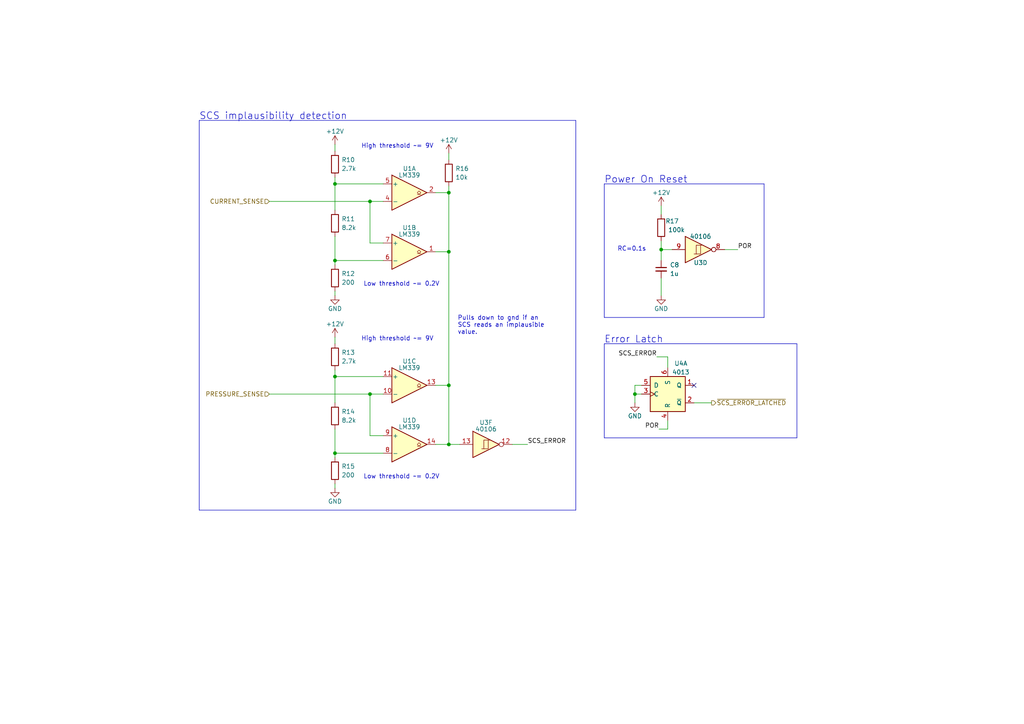
<source format=kicad_sch>
(kicad_sch (version 20230121) (generator eeschema)
  (paper "A4")
  (title_block (title "BSPD") (date "2023-04-02") (rev "1.1.0") (company "SUFST - Southampton University Formula Student Team") (comment 1 "STAG 9") (comment 2 "Joe Pater") (comment 3 "Marek Frodyma, Tim Brewis"))
  (lib_symbols
    (symbol "4xxx:40106" (pin_names (offset 1.016))
      (property "Reference" "U" (at 0 1.27 0))
      (property "Value" "40106" (at 0 -1.27 0))
      (symbol "40106_1_0"
        (polyline (pts (xy -0.635 -1.27) (xy -0.635 1.27) (xy 0.635 1.27)))
        (polyline (pts (xy -3.81 3.81) (xy -3.81 -3.81) (xy 3.81 0) (xy -3.81 3.81)) (stroke (width 0.254)) (fill (type background)))
        (polyline (pts (xy -1.27 -1.27) (xy 0.635 -1.27) (xy 0.635 1.27) (xy 1.27 1.27)))
        (pin input line (at -7.62 0 0) (length 3.81) (name "~") (number "1"))
        (pin output inverted (at 7.62 0 180) (length 3.81) (name "~") (number "2"))
      )
      (symbol "40106_2_0"
        (polyline (pts (xy -0.635 -1.27) (xy -0.635 1.27) (xy 0.635 1.27)))
        (polyline (pts (xy -3.81 3.81) (xy -3.81 -3.81) (xy 3.81 0) (xy -3.81 3.81)) (stroke (width 0.254)) (fill (type background)))
        (polyline (pts (xy -1.27 -1.27) (xy 0.635 -1.27) (xy 0.635 1.27) (xy 1.27 1.27)))
        (pin input line (at -7.62 0 0) (length 3.81) (name "~") (number "3"))
        (pin output inverted (at 7.62 0 180) (length 3.81) (name "~") (number "4"))
      )
      (symbol "40106_3_0"
        (polyline (pts (xy -0.635 -1.27) (xy -0.635 1.27) (xy 0.635 1.27)))
        (polyline (pts (xy -3.81 3.81) (xy -3.81 -3.81) (xy 3.81 0) (xy -3.81 3.81)) (stroke (width 0.254)) (fill (type background)))
        (polyline (pts (xy -1.27 -1.27) (xy 0.635 -1.27) (xy 0.635 1.27) (xy 1.27 1.27)))
        (pin input line (at -7.62 0 0) (length 3.81) (name "~") (number "5"))
        (pin output inverted (at 7.62 0 180) (length 3.81) (name "~") (number "6"))
      )
      (symbol "40106_4_0"
        (polyline (pts (xy -0.635 -1.27) (xy -0.635 1.27) (xy 0.635 1.27)))
        (polyline (pts (xy -3.81 3.81) (xy -3.81 -3.81) (xy 3.81 0) (xy -3.81 3.81)) (stroke (width 0.254)) (fill (type background)))
        (polyline (pts (xy -1.27 -1.27) (xy 0.635 -1.27) (xy 0.635 1.27) (xy 1.27 1.27)))
        (pin output inverted (at 7.62 0 180) (length 3.81) (name "~") (number "8"))
        (pin input line (at -7.62 0 0) (length 3.81) (name "~") (number "9"))
      )
      (symbol "40106_5_0"
        (polyline (pts (xy -0.635 -1.27) (xy -0.635 1.27) (xy 0.635 1.27)))
        (polyline (pts (xy -3.81 3.81) (xy -3.81 -3.81) (xy 3.81 0) (xy -3.81 3.81)) (stroke (width 0.254)) (fill (type background)))
        (polyline (pts (xy -1.27 -1.27) (xy 0.635 -1.27) (xy 0.635 1.27) (xy 1.27 1.27)))
        (pin output inverted (at 7.62 0 180) (length 3.81) (name "~") (number "10"))
        (pin input line (at -7.62 0 0) (length 3.81) (name "~") (number "11"))
      )
      (symbol "40106_6_0"
        (polyline (pts (xy -0.635 -1.27) (xy -0.635 1.27) (xy 0.635 1.27)))
        (polyline (pts (xy -3.81 3.81) (xy -3.81 -3.81) (xy 3.81 0) (xy -3.81 3.81)) (stroke (width 0.254)) (fill (type background)))
        (polyline (pts (xy -1.27 -1.27) (xy 0.635 -1.27) (xy 0.635 1.27) (xy 1.27 1.27)))
        (pin output inverted (at 7.62 0 180) (length 3.81) (name "~") (number "12"))
        (pin input line (at -7.62 0 0) (length 3.81) (name "~") (number "13"))
      )
      (symbol "40106_7_0"
        (pin power_in line (at 0 12.7 270) (length 5.08) (name "VDD") (number "14"))
        (pin power_in line (at 0 -12.7 90) (length 5.08) (name "VSS") (number "7"))
      )
      (symbol "40106_7_1"
        (rectangle (start -5.08 7.62) (end 5.08 -7.62) (stroke (width 0.254)) (fill (type background)))
      )
    )
    (symbol "4xxx:4013" (pin_names (offset 1.016))
      (property "Reference" "U" (at -7.62 8.89 0))
      (property "Value" "4013" (at -7.62 -8.89 0))
      (symbol "4013_1_1"
        (rectangle (start -5.08 5.08) (end 5.08 -5.08) (stroke (width 0.254)) (fill (type background)))
        (pin output line (at 7.62 2.54 180) (length 2.54) (name "Q") (number "1"))
        (pin output line (at 7.62 -2.54 180) (length 2.54) (name "~{Q}") (number "2"))
        (pin input clock (at -7.62 0 0) (length 2.54) (name "C") (number "3"))
        (pin input line (at 0 -7.62 90) (length 2.54) (name "R") (number "4"))
        (pin input line (at -7.62 2.54 0) (length 2.54) (name "D") (number "5"))
        (pin input line (at 0 7.62 270) (length 2.54) (name "S") (number "6"))
      )
      (symbol "4013_2_1"
        (rectangle (start -5.08 5.08) (end 5.08 -5.08) (stroke (width 0.254)) (fill (type background)))
        (pin input line (at 0 -7.62 90) (length 2.54) (name "R") (number "10"))
        (pin input clock (at -7.62 0 0) (length 2.54) (name "C") (number "11"))
        (pin output line (at 7.62 -2.54 180) (length 2.54) (name "~{Q}") (number "12"))
        (pin output line (at 7.62 2.54 180) (length 2.54) (name "Q") (number "13"))
        (pin input line (at 0 7.62 270) (length 2.54) (name "S") (number "8"))
        (pin input line (at -7.62 2.54 0) (length 2.54) (name "D") (number "9"))
      )
      (symbol "4013_3_0"
        (pin power_in line (at 0 10.16 270) (length 2.54) (name "VDD") (number "14"))
        (pin power_in line (at 0 -10.16 90) (length 2.54) (name "VSS") (number "7"))
      )
      (symbol "4013_3_1"
        (rectangle (start -5.08 7.62) (end 5.08 -7.62) (stroke (width 0.254)) (fill (type background)))
      )
    )
    (symbol "Comparator:LM339" (pin_names (offset 0.127))
      (property "Reference" "U" (at 0 5.08 0))
      (property "Value" "LM339" (at 0 -5.08 0))
      (symbol "LM339_1_1"
        (polyline (pts (xy -5.08 5.08) (xy 5.08 0) (xy -5.08 -5.08) (xy -5.08 5.08)) (stroke (width 0.254)) (fill (type background)))
        (polyline (pts (xy 3.302 -0.508) (xy 2.794 -0.508) (xy 3.302 0) (xy 2.794 0.508) (xy 2.286 0) (xy 2.794 -0.508) (xy 2.286 -0.508)) (stroke (width 0.127)))
        (pin open_collector line (at 7.62 0 180) (length 2.54) (name "~") (number "2"))
        (pin input line (at -7.62 -2.54 0) (length 2.54) (name "-") (number "4"))
        (pin input line (at -7.62 2.54 0) (length 2.54) (name "+") (number "5"))
      )
      (symbol "LM339_2_1"
        (polyline (pts (xy -5.08 5.08) (xy 5.08 0) (xy -5.08 -5.08) (xy -5.08 5.08)) (stroke (width 0.254)) (fill (type background)))
        (polyline (pts (xy 3.302 -0.508) (xy 2.794 -0.508) (xy 3.302 0) (xy 2.794 0.508) (xy 2.286 0) (xy 2.794 -0.508) (xy 2.286 -0.508)) (stroke (width 0.127)))
        (pin open_collector line (at 7.62 0 180) (length 2.54) (name "~") (number "1"))
        (pin input line (at -7.62 -2.54 0) (length 2.54) (name "-") (number "6"))
        (pin input line (at -7.62 2.54 0) (length 2.54) (name "+") (number "7"))
      )
      (symbol "LM339_3_1"
        (polyline (pts (xy -5.08 5.08) (xy 5.08 0) (xy -5.08 -5.08) (xy -5.08 5.08)) (stroke (width 0.254)) (fill (type background)))
        (polyline (pts (xy 3.302 -0.508) (xy 2.794 -0.508) (xy 3.302 0) (xy 2.794 0.508) (xy 2.286 0) (xy 2.794 -0.508) (xy 2.286 -0.508)) (stroke (width 0.127)))
        (pin input line (at -7.62 -2.54 0) (length 2.54) (name "-") (number "10"))
        (pin input line (at -7.62 2.54 0) (length 2.54) (name "+") (number "11"))
        (pin open_collector line (at 7.62 0 180) (length 2.54) (name "~") (number "13"))
      )
      (symbol "LM339_4_1"
        (polyline (pts (xy -5.08 5.08) (xy 5.08 0) (xy -5.08 -5.08) (xy -5.08 5.08)) (stroke (width 0.254)) (fill (type background)))
        (polyline (pts (xy 3.302 -0.508) (xy 2.794 -0.508) (xy 3.302 0) (xy 2.794 0.508) (xy 2.286 0) (xy 2.794 -0.508) (xy 2.286 -0.508)) (stroke (width 0.127)))
        (pin open_collector line (at 7.62 0 180) (length 2.54) (name "~") (number "14"))
        (pin input line (at -7.62 -2.54 0) (length 2.54) (name "-") (number "8"))
        (pin input line (at -7.62 2.54 0) (length 2.54) (name "+") (number "9"))
      )
      (symbol "LM339_5_1"
        (pin power_in line (at -2.54 -7.62 90) (length 3.81) (name "V-") (number "12"))
        (pin power_in line (at -2.54 7.62 270) (length 3.81) (name "V+") (number "3"))
      )
    )
    (symbol "Device:C_Small" (pin_numbers hide) (pin_names (offset 0.254) hide)
      (property "Reference" "C" (at 0.254 1.778 0))
      (property "Value" "C_Small" (at 0.254 -2.032 0))
      (symbol "C_Small_0_1"
        (polyline (pts (xy -1.524 -0.508) (xy 1.524 -0.508)) (stroke (width 0.3302)))
        (polyline (pts (xy -1.524 0.508) (xy 1.524 0.508)) (stroke (width 0.3048)))
      )
      (symbol "C_Small_1_1"
        (pin passive line (at 0 2.54 270) (length 2.032) (name "~") (number "1"))
        (pin passive line (at 0 -2.54 90) (length 2.032) (name "~") (number "2"))
      )
    )
    (symbol "Device:R" (pin_numbers hide) (pin_names (offset 0))
      (property "Reference" "R" (at 2.032 0 90))
      (property "Value" "R" (at 0 0 90))
      (symbol "R_0_1"
        (rectangle (start -1.016 -2.54) (end 1.016 2.54) (stroke (width 0.254)))
      )
      (symbol "R_1_1"
        (pin passive line (at 0 3.81 270) (length 1.27) (name "~") (number "1"))
        (pin passive line (at 0 -3.81 90) (length 1.27) (name "~") (number "2"))
      )
    )
    (symbol "power:+12V" (power) (pin_names (offset 0))
      (property "Value" "+12V" (at 0 3.556 0))
      (symbol "+12V_0_1"
        (polyline (pts (xy -0.762 1.27) (xy 0 2.54)))
        (polyline (pts (xy 0 0) (xy 0 2.54)))
        (polyline (pts (xy 0 2.54) (xy 0.762 1.27)))
      )
      (symbol "+12V_1_1"
        (pin power_in line (at 0 0 90) (length 0) hide (name "+12V") (number "1"))
      )
    )
    (symbol "power:GND" (power) (pin_names (offset 0))
      (property "Value" "GND" (at 0 -3.81 0))
      (symbol "GND_0_1"
        (polyline (pts (xy 0 0) (xy 0 -1.27) (xy 1.27 -1.27) (xy 0 -2.54) (xy -1.27 -1.27) (xy 0 -1.27)))
      )
      (symbol "GND_1_1"
        (pin power_in line (at 0 0 270) (length 0) hide (name "GND") (number "1"))
      )
    )
  )
  (junction (at 97.155 53.34))
  (junction (at 130.175 73.025))
  (junction (at 97.155 75.565))
  (junction (at 191.77 72.39))
  (junction (at 130.175 111.76))
  (junction (at 107.315 58.42))
  (junction (at 130.175 55.88))
  (junction (at 184.15 114.3))
  (junction (at 97.155 131.445))
  (junction (at 97.155 109.22))
  (junction (at 130.175 128.905))
  (junction (at 107.315 114.3))
  (no_connect (at 201.295 111.76))
  (wire (pts (xy 130.175 53.975) (xy 130.175 55.88)))
  (wire (pts (xy 130.175 73.025) (xy 130.175 111.76)))
  (wire (pts (xy 130.175 128.905) (xy 126.365 128.905)))
  (polyline (pts (xy 175.26 127) (xy 231.14 127)))
  (wire (pts (xy 97.155 84.455) (xy 97.155 85.725)))
  (wire (pts (xy 184.15 116.84) (xy 184.15 114.3)))
  (polyline (pts (xy 57.785 34.925) (xy 167.005 34.925)))
  (wire (pts (xy 191.77 80.645) (xy 191.77 85.725)))
  (polyline (pts (xy 175.26 53.34) (xy 221.615 53.34)))
  (wire (pts (xy 148.59 128.905) (xy 153.035 128.905)))
  (wire (pts (xy 97.155 140.335) (xy 97.155 141.605)))
  (wire (pts (xy 97.155 53.34) (xy 111.125 53.34)))
  (wire (pts (xy 97.155 51.435) (xy 97.155 53.34)))
  (wire (pts (xy 184.15 114.3) (xy 186.055 114.3)))
  (polyline (pts (xy 175.26 99.695) (xy 231.14 99.695)))
  (wire (pts (xy 210.185 72.39) (xy 213.995 72.39)))
  (wire (pts (xy 190.5 103.505) (xy 193.675 103.505)))
  (polyline (pts (xy 167.005 34.925) (xy 167.005 147.955)))
  (wire (pts (xy 191.135 124.46) (xy 193.675 124.46)))
  (polyline (pts (xy 167.005 147.955) (xy 57.785 147.955)))
  (wire (pts (xy 97.155 41.91) (xy 97.155 43.815)))
  (wire (pts (xy 107.315 114.3) (xy 107.315 126.365)))
  (wire (pts (xy 130.175 44.45) (xy 130.175 46.355)))
  (polyline (pts (xy 175.26 53.34) (xy 175.26 92.075)))
  (wire (pts (xy 130.175 111.76) (xy 130.175 128.905)))
  (wire (pts (xy 111.125 114.3) (xy 107.315 114.3)))
  (wire (pts (xy 97.155 131.445) (xy 97.155 132.715)))
  (wire (pts (xy 130.175 128.905) (xy 133.35 128.905)))
  (polyline (pts (xy 221.615 92.075) (xy 221.615 53.34)))
  (wire (pts (xy 107.315 126.365) (xy 111.125 126.365)))
  (wire (pts (xy 97.155 53.34) (xy 97.155 60.96)))
  (polyline (pts (xy 57.785 34.925) (xy 57.785 147.955)))
  (wire (pts (xy 97.155 131.445) (xy 111.125 131.445)))
  (wire (pts (xy 97.155 68.58) (xy 97.155 75.565)))
  (polyline (pts (xy 175.26 92.075) (xy 221.615 92.075)))
  (wire (pts (xy 107.315 58.42) (xy 107.315 70.485)))
  (wire (pts (xy 97.155 75.565) (xy 97.155 76.835)))
  (wire (pts (xy 193.675 103.505) (xy 193.675 106.68)))
  (wire (pts (xy 97.155 124.46) (xy 97.155 131.445)))
  (wire (pts (xy 97.155 109.22) (xy 111.125 109.22)))
  (polyline (pts (xy 175.26 99.695) (xy 175.26 127)))
  (wire (pts (xy 97.155 109.22) (xy 97.155 116.84)))
  (polyline (pts (xy 231.14 127) (xy 231.14 99.695)))
  (wire (pts (xy 107.315 70.485) (xy 111.125 70.485)))
  (wire (pts (xy 78.105 58.42) (xy 107.315 58.42)))
  (wire (pts (xy 130.175 73.025) (xy 126.365 73.025)))
  (wire (pts (xy 191.77 59.69) (xy 191.77 62.23)))
  (wire (pts (xy 97.155 107.315) (xy 97.155 109.22)))
  (wire (pts (xy 97.155 75.565) (xy 111.125 75.565)))
  (wire (pts (xy 78.105 114.3) (xy 107.315 114.3)))
  (wire (pts (xy 184.15 111.76) (xy 186.055 111.76)))
  (wire (pts (xy 184.15 114.3) (xy 184.15 111.76)))
  (wire (pts (xy 191.77 72.39) (xy 194.945 72.39)))
  (wire (pts (xy 97.155 97.79) (xy 97.155 99.695)))
  (wire (pts (xy 111.125 58.42) (xy 107.315 58.42)))
  (wire (pts (xy 126.365 55.88) (xy 130.175 55.88)))
  (wire (pts (xy 126.365 111.76) (xy 130.175 111.76)))
  (wire (pts (xy 191.77 72.39) (xy 191.77 75.565)))
  (wire (pts (xy 201.295 116.84) (xy 206.375 116.84)))
  (wire (pts (xy 130.175 55.88) (xy 130.175 73.025)))
  (wire (pts (xy 191.77 69.85) (xy 191.77 72.39)))
  (wire (pts (xy 193.675 121.92) (xy 193.675 124.46)))
  (text "RC=0.1s" (at 179.07 73.025 0) (effects (font (size 1.27 1.27)) (justify left bottom)))
  (text "SCS implausibility detection" (at 57.785 34.925 0) (effects (font (size 2 2)) (justify left bottom)))
  (text "High threshold ~= 9V" (at 104.775 43.18 0) (effects (font (size 1.27 1.27)) (justify left bottom)))
  (text "Low threshold ~= 0.2V" (at 105.41 83.185 0) (effects (font (size 1.27 1.27)) (justify left bottom)))
  (text "Low threshold ~= 0.2V" (at 105.41 139.065 0) (effects (font (size 1.27 1.27)) (justify left bottom)))
  (text "Error Latch" (at 175.26 99.695 0) (effects (font (size 2 2)) (justify left bottom)))
  (text "Power On Reset" (at 175.26 53.34 0) (effects (font (size 2 2)) (justify left bottom)))
  (text "High threshold ~= 9V" (at 104.775 99.06 0) (effects (font (size 1.27 1.27)) (justify left bottom)))
  (text "Pulls down to gnd if an\nSCS reads an implausible\nvalue." (at 132.715 97.155 0) (effects (font (size 1.27 1.27)) (justify left bottom)))
  (label "SCS_ERROR" (at 153.035 128.905 0))
  (label "POR" (at 191.135 124.46 180))
  (label "POR" (at 213.995 72.39 0))
  (label "SCS_ERROR" (at 190.5 103.505 180))
  (hierarchical_label "PRESSURE_SENSE" (shape input) (at 78.105 114.3 180))
  (hierarchical_label "~{SCS_ERROR_LATCHED}" (shape output) (at 206.375 116.84 0))
  (hierarchical_label "CURRENT_SENSE" (shape input) (at 78.105 58.42 180))
  (symbol (lib_id "Device:R") (at 97.155 136.525 0) (unit 1)
    (property "Reference" "R15" (at 99.06 135.255 0) (effects (justify left)))
    (property "Value" "200" (at 99.06 137.795 0) (effects (justify left)))
    (property "Footprint" "Resistor_SMD:R_0805_2012Metric_Pad1.20x1.40mm_HandSolder" (effects hide))
    (property "Order Code" "71-TNPW120647R0BEEN" (effects hide))
    (property "Supplier" "Mouser" (effects hide))
  )
  (symbol (lib_id "Device:R") (at 97.155 47.625 0) (unit 1)
    (property "Reference" "R10" (at 99.06 46.355 0) (effects (justify left)))
    (property "Value" "2.7k" (at 99.06 48.895 0) (effects (justify left)))
    (property "Footprint" "Resistor_SMD:R_0805_2012Metric_Pad1.20x1.40mm_HandSolder" (effects hide))
    (property "Order Code" "71-TNPW04022K70BYEP" (effects hide))
    (property "Supplier" "Mouser" (effects hide))
  )
  (symbol (lib_id "power:+12V") (at 97.155 41.91 0) (unit 1)
    (property "Reference" "#PWR027" (effects hide))
    (property "Value" "+12V" (at 97.155 38.1 0))
  )
  (symbol (lib_id "Device:C_Small") (at 191.77 78.105 0) (unit 1)
    (property "Reference" "C8" (at 194.31 76.8412 0) (effects (justify left)))
    (property "Value" "1u" (at 194.31 79.3812 0) (effects (justify left)))
    (property "Footprint" "Capacitor_SMD:C_0805_2012Metric_Pad1.18x1.45mm_HandSolder" (effects hide))
  )
  (symbol (lib_id "Comparator:LM339") (at 118.745 73.025 0) (unit 2)
    (property "Reference" "U1" (at 118.745 66.04 0))
    (property "Value" "LM339" (at 118.745 67.945 0))
    (property "Footprint" "Package_SO:SOIC-14_3.9x8.7mm_P1.27mm" (effects hide))
    (property "Datasheet" "https://www.st.com/resource/en/datasheet/lm139.pdf" (effects hide))
    (property "Supplier" "Mouser" (effects hide))
    (property "Order Code" "595-LM339DR" (effects hide))
  )
  (symbol (lib_id "Comparator:LM339") (at 118.745 111.76 0) (unit 3)
    (property "Reference" "U1" (at 118.745 104.775 0))
    (property "Value" "LM339" (at 118.745 106.68 0))
    (property "Footprint" "Package_SO:SOIC-14_3.9x8.7mm_P1.27mm" (effects hide))
    (property "Datasheet" "https://www.st.com/resource/en/datasheet/lm139.pdf" (effects hide))
    (property "Supplier" "Mouser" (effects hide))
    (property "Order Code" "595-LM339DR" (effects hide))
  )
  (symbol (lib_id "Comparator:LM339") (at 118.745 55.88 0) (unit 1)
    (property "Reference" "U1" (at 118.745 48.895 0))
    (property "Value" "LM339" (at 118.745 50.8 0))
    (property "Footprint" "Package_SO:SOIC-14_3.9x8.7mm_P1.27mm" (effects hide))
    (property "Datasheet" "https://www.st.com/resource/en/datasheet/lm139.pdf" (effects hide))
    (property "Supplier" "Mouser" (effects hide))
    (property "Order Code" "595-LM339DR" (effects hide))
  )
  (symbol (lib_id "power:GND") (at 184.15 116.84 0) (unit 1)
    (property "Reference" "#PWR032" (effects hide))
    (property "Value" "GND" (at 184.15 120.65 0))
  )
  (symbol (lib_id "Device:R") (at 97.155 80.645 0) (unit 1)
    (property "Reference" "R12" (at 99.06 79.375 0) (effects (justify left)))
    (property "Value" "200" (at 99.06 81.915 0) (effects (justify left)))
    (property "Footprint" "Resistor_SMD:R_0805_2012Metric_Pad1.20x1.40mm_HandSolder" (effects hide))
    (property "Order Code" "71-TNPW120647R0BEEN" (effects hide))
    (property "Supplier" "Mouser" (effects hide))
  )
  (symbol (lib_id "Comparator:LM339") (at 118.745 128.905 0) (unit 4)
    (property "Reference" "U1" (at 118.745 121.92 0))
    (property "Value" "LM339" (at 118.745 123.825 0))
    (property "Footprint" "Package_SO:SOIC-14_3.9x8.7mm_P1.27mm" (effects hide))
    (property "Datasheet" "https://www.st.com/resource/en/datasheet/lm139.pdf" (effects hide))
    (property "Supplier" "Mouser" (effects hide))
    (property "Order Code" "595-LM339DR" (effects hide))
  )
  (symbol (lib_id "4xxx:40106") (at 140.97 128.905 0) (unit 6)
    (property "Reference" "U3" (at 140.97 122.555 0))
    (property "Value" "40106" (at 140.97 124.46 0))
    (property "Footprint" "Package_SO:SOIC-14_3.9x8.7mm_P1.27mm" (effects hide))
    (property "Datasheet" "https://assets.nexperia.com/documents/data-sheet/HEF40106B.pdf" (effects hide))
    (property "Supplier" "Mouser" (effects hide))
    (property "Order Code" "771-HEF40106BTD-T" (effects hide))
  )
  (symbol (lib_id "power:GND") (at 97.155 85.725 0) (unit 1)
    (property "Reference" "#PWR028" (effects hide))
    (property "Value" "GND" (at 97.155 89.535 0))
  )
  (symbol (lib_id "power:+12V") (at 130.175 44.45 0) (unit 1)
    (property "Reference" "#PWR031" (effects hide))
    (property "Value" "+12V" (at 130.175 40.64 0))
  )
  (symbol (lib_id "Device:R") (at 130.175 50.165 0) (unit 1)
    (property "Reference" "R16" (at 132.08 48.8949 0) (effects (justify left)))
    (property "Value" "10k" (at 132.08 51.4349 0) (effects (justify left)))
    (property "Footprint" "Resistor_SMD:R_0805_2012Metric_Pad1.20x1.40mm_HandSolder" (effects hide))
    (property "Order Code" "594-MCT06030F1002BP1" (effects hide))
    (property "Supplier" "Mouser" (effects hide))
  )
  (symbol (lib_id "Device:R") (at 97.155 103.505 0) (unit 1)
    (property "Reference" "R13" (at 99.06 102.235 0) (effects (justify left)))
    (property "Value" "2.7k" (at 99.06 104.775 0) (effects (justify left)))
    (property "Footprint" "Resistor_SMD:R_0805_2012Metric_Pad1.20x1.40mm_HandSolder" (effects hide))
    (property "Order Code" "71-TNPW04022K70BYEP" (effects hide))
    (property "Supplier" "Mouser" (effects hide))
  )
  (symbol (lib_id "Device:R") (at 191.77 66.04 0) (unit 1)
    (property "Reference" "R17" (at 194.945 64.135 0))
    (property "Value" "100k" (at 196.215 66.675 0))
    (property "Footprint" "Resistor_SMD:R_0805_2012Metric_Pad1.20x1.40mm_HandSolder" (effects hide))
    (property "Order Code" "71-TNPW0603100KBEEA" (effects hide))
    (property "Supplier" "Mouser" (effects hide))
  )
  (symbol (lib_id "Device:R") (at 97.155 64.77 0) (unit 1)
    (property "Reference" "R11" (at 99.06 63.5 0) (effects (justify left)))
    (property "Value" "8.2k" (at 99.06 66.04 0) (effects (justify left)))
    (property "Footprint" "Resistor_SMD:R_0805_2012Metric_Pad1.20x1.40mm_HandSolder" (effects hide))
    (property "Order Code" "660-RN73H1ETP8161F50" (effects hide))
    (property "Supplier" "Mouser" (effects hide))
  )
  (symbol (lib_id "power:GND") (at 191.77 85.725 0) (unit 1)
    (property "Reference" "#PWR034" (effects hide))
    (property "Value" "GND" (at 191.77 89.535 0))
  )
  (symbol (lib_id "power:+12V") (at 191.77 59.69 0) (unit 1)
    (property "Reference" "#PWR033" (effects hide))
    (property "Value" "+12V" (at 191.77 55.88 0))
  )
  (symbol (lib_id "4xxx:4013") (at 193.675 114.3 0) (unit 1)
    (property "Reference" "U4" (at 195.58 105.41 0) (effects (justify left)))
    (property "Value" "4013" (at 194.945 107.95 0) (effects (justify left)))
    (property "Footprint" "Package_SO:SOIC-14_3.9x8.7mm_P1.27mm" (effects hide))
    (property "Datasheet" "http://www.onsemi.com/pub/Collateral/MC14013B-D.PDF" (effects hide))
    (property "Supplier" "Mouser" (effects hide))
    (property "Order Code" "863-MC14013BDR2G" (effects hide))
  )
  (symbol (lib_id "power:GND") (at 97.155 141.605 0) (unit 1)
    (property "Reference" "#PWR030" (effects hide))
    (property "Value" "GND" (at 97.155 145.415 0))
  )
  (symbol (lib_id "power:+12V") (at 97.155 97.79 0) (unit 1)
    (property "Reference" "#PWR029" (effects hide))
    (property "Value" "+12V" (at 97.155 93.98 0))
  )
  (symbol (lib_id "Device:R") (at 97.155 120.65 0) (unit 1)
    (property "Reference" "R14" (at 99.06 119.38 0) (effects (justify left)))
    (property "Value" "8.2k" (at 99.06 121.92 0) (effects (justify left)))
    (property "Footprint" "Resistor_SMD:R_0805_2012Metric_Pad1.20x1.40mm_HandSolder" (effects hide))
    (property "Order Code" "660-RN73H1ETP8161F50" (effects hide))
    (property "Supplier" "Mouser" (effects hide))
  )
  (symbol (lib_id "4xxx:40106") (at 202.565 72.39 0) (unit 4)
    (property "Reference" "U3" (at 203.2 76.2 0))
    (property "Value" "40106" (at 203.2 68.58 0))
    (property "Footprint" "Package_SO:SOIC-14_3.9x8.7mm_P1.27mm" (effects hide))
    (property "Datasheet" "https://assets.nexperia.com/documents/data-sheet/HEF40106B.pdf" (effects hide))
    (property "Supplier" "Mouser" (effects hide))
    (property "Order Code" "771-HEF40106BTD-T" (effects hide))
  )
)
</source>
